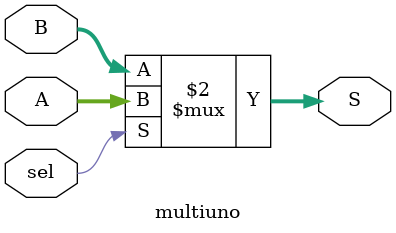
<source format=v>
`timescale 1ns/1ns 
module multiuno(
    input sel,
    input [4:0] A,
    input [4:0] B,
    output reg [4:0] S
);

always @(*) begin
    S = sel ? A : B;
end

endmodule

</source>
